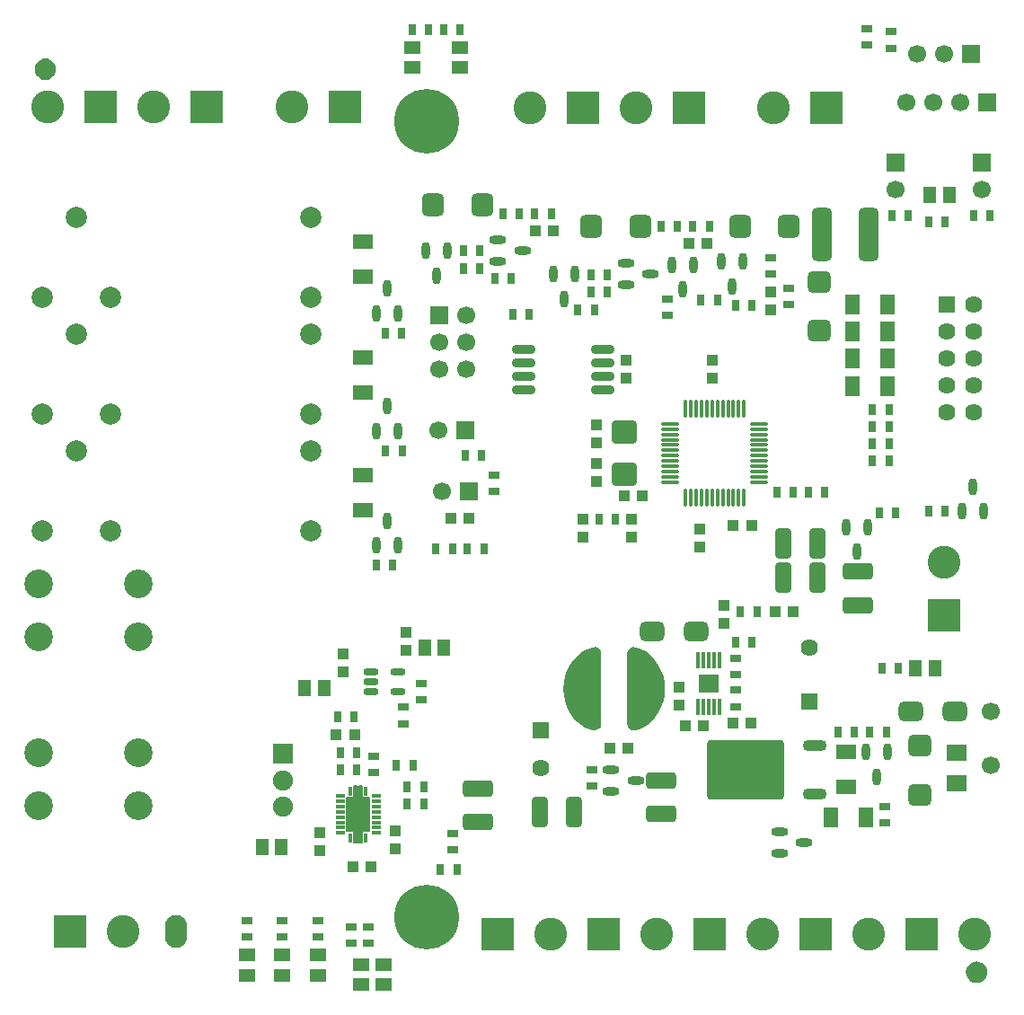
<source format=gts>
G04*
G04 #@! TF.GenerationSoftware,Altium Limited,Altium Designer,18.1.7 (191)*
G04*
G04 Layer_Color=8388736*
%FSLAX24Y24*%
%MOIN*%
G70*
G01*
G75*
%ADD43O,0.0630X0.0320*%
G04:AMPARAMS|DCode=44|XSize=114.2mil|YSize=63mil|CornerRadius=16.7mil|HoleSize=0mil|Usage=FLASHONLY|Rotation=90.000|XOffset=0mil|YOffset=0mil|HoleType=Round|Shape=RoundedRectangle|*
%AMROUNDEDRECTD44*
21,1,0.1142,0.0295,0,0,90.0*
21,1,0.0807,0.0630,0,0,90.0*
1,1,0.0335,0.0148,0.0404*
1,1,0.0335,0.0148,-0.0404*
1,1,0.0335,-0.0148,-0.0404*
1,1,0.0335,-0.0148,0.0404*
%
%ADD44ROUNDEDRECTD44*%
%ADD45R,0.0315X0.0394*%
%ADD46R,0.0394X0.0433*%
%ADD47O,0.0889X0.0335*%
%ADD48R,0.0433X0.0394*%
G04:AMPARAMS|DCode=49|XSize=86.6mil|YSize=82.7mil|CornerRadius=21.7mil|HoleSize=0mil|Usage=FLASHONLY|Rotation=180.000|XOffset=0mil|YOffset=0mil|HoleType=Round|Shape=RoundedRectangle|*
%AMROUNDEDRECTD49*
21,1,0.0866,0.0394,0,0,180.0*
21,1,0.0433,0.0827,0,0,180.0*
1,1,0.0433,-0.0217,0.0197*
1,1,0.0433,0.0217,0.0197*
1,1,0.0433,0.0217,-0.0197*
1,1,0.0433,-0.0217,-0.0197*
%
%ADD49ROUNDEDRECTD49*%
%ADD50R,0.0394X0.0315*%
G04:AMPARAMS|DCode=51|XSize=94.5mil|YSize=86.6mil|CornerRadius=14.4mil|HoleSize=0mil|Usage=FLASHONLY|Rotation=0.000|XOffset=0mil|YOffset=0mil|HoleType=Round|Shape=RoundedRectangle|*
%AMROUNDEDRECTD51*
21,1,0.0945,0.0579,0,0,0.0*
21,1,0.0657,0.0866,0,0,0.0*
1,1,0.0287,0.0329,-0.0289*
1,1,0.0287,-0.0329,-0.0289*
1,1,0.0287,-0.0329,0.0289*
1,1,0.0287,0.0329,0.0289*
%
%ADD51ROUNDEDRECTD51*%
%ADD52R,0.0492X0.0610*%
%ADD53O,0.0320X0.0630*%
G04:AMPARAMS|DCode=54|XSize=86.6mil|YSize=82.7mil|CornerRadius=21.7mil|HoleSize=0mil|Usage=FLASHONLY|Rotation=90.000|XOffset=0mil|YOffset=0mil|HoleType=Round|Shape=RoundedRectangle|*
%AMROUNDEDRECTD54*
21,1,0.0866,0.0394,0,0,90.0*
21,1,0.0433,0.0827,0,0,90.0*
1,1,0.0433,0.0197,0.0217*
1,1,0.0433,0.0197,-0.0217*
1,1,0.0433,-0.0197,-0.0217*
1,1,0.0433,-0.0197,0.0217*
%
%ADD54ROUNDEDRECTD54*%
%ADD55O,0.0571X0.0276*%
G04:AMPARAMS|DCode=56|XSize=198.8mil|YSize=74.8mil|CornerRadius=19.7mil|HoleSize=0mil|Usage=FLASHONLY|Rotation=270.000|XOffset=0mil|YOffset=0mil|HoleType=Round|Shape=RoundedRectangle|*
%AMROUNDEDRECTD56*
21,1,0.1988,0.0354,0,0,270.0*
21,1,0.1594,0.0748,0,0,270.0*
1,1,0.0394,-0.0177,-0.0797*
1,1,0.0394,-0.0177,0.0797*
1,1,0.0394,0.0177,0.0797*
1,1,0.0394,0.0177,-0.0797*
%
%ADD56ROUNDEDRECTD56*%
%ADD57R,0.0433X0.0827*%
%ADD58O,0.0157X0.0374*%
%ADD59O,0.0374X0.0157*%
G04:AMPARAMS|DCode=60|XSize=114.2mil|YSize=63mil|CornerRadius=16.7mil|HoleSize=0mil|Usage=FLASHONLY|Rotation=0.000|XOffset=0mil|YOffset=0mil|HoleType=Round|Shape=RoundedRectangle|*
%AMROUNDEDRECTD60*
21,1,0.1142,0.0295,0,0,0.0*
21,1,0.0807,0.0630,0,0,0.0*
1,1,0.0335,0.0404,-0.0148*
1,1,0.0335,-0.0404,-0.0148*
1,1,0.0335,-0.0404,0.0148*
1,1,0.0335,0.0404,0.0148*
%
%ADD60ROUNDEDRECTD60*%
G04:AMPARAMS|DCode=61|XSize=55.1mil|YSize=76mil|CornerRadius=4.5mil|HoleSize=0mil|Usage=FLASHONLY|Rotation=0.000|XOffset=0mil|YOffset=0mil|HoleType=Round|Shape=RoundedRectangle|*
%AMROUNDEDRECTD61*
21,1,0.0551,0.0669,0,0,0.0*
21,1,0.0461,0.0760,0,0,0.0*
1,1,0.0091,0.0230,-0.0335*
1,1,0.0091,-0.0230,-0.0335*
1,1,0.0091,-0.0230,0.0335*
1,1,0.0091,0.0230,0.0335*
%
%ADD61ROUNDEDRECTD61*%
G04:AMPARAMS|DCode=62|XSize=90.6mil|YSize=72.8mil|CornerRadius=19.2mil|HoleSize=0mil|Usage=FLASHONLY|Rotation=180.000|XOffset=0mil|YOffset=0mil|HoleType=Round|Shape=RoundedRectangle|*
%AMROUNDEDRECTD62*
21,1,0.0906,0.0344,0,0,180.0*
21,1,0.0522,0.0728,0,0,180.0*
1,1,0.0384,-0.0261,0.0172*
1,1,0.0384,0.0261,0.0172*
1,1,0.0384,0.0261,-0.0172*
1,1,0.0384,-0.0261,-0.0172*
%
%ADD62ROUNDEDRECTD62*%
%ADD63R,0.0433X0.0433*%
%ADD64R,0.0768X0.0650*%
%ADD65O,0.0157X0.0610*%
%ADD66R,0.0748X0.0591*%
%ADD67O,0.0886X0.0433*%
G04:AMPARAMS|DCode=68|XSize=283.5mil|YSize=222.4mil|CornerRadius=12.9mil|HoleSize=0mil|Usage=FLASHONLY|Rotation=180.000|XOffset=0mil|YOffset=0mil|HoleType=Round|Shape=RoundedRectangle|*
%AMROUNDEDRECTD68*
21,1,0.2835,0.1967,0,0,180.0*
21,1,0.2577,0.2224,0,0,180.0*
1,1,0.0258,-0.1288,0.0983*
1,1,0.0258,0.1288,0.0983*
1,1,0.0258,0.1288,-0.0983*
1,1,0.0258,-0.1288,-0.0983*
%
%ADD68ROUNDEDRECTD68*%
G04:AMPARAMS|DCode=69|XSize=55.1mil|YSize=76mil|CornerRadius=4.5mil|HoleSize=0mil|Usage=FLASHONLY|Rotation=270.000|XOffset=0mil|YOffset=0mil|HoleType=Round|Shape=RoundedRectangle|*
%AMROUNDEDRECTD69*
21,1,0.0551,0.0669,0,0,270.0*
21,1,0.0461,0.0760,0,0,270.0*
1,1,0.0091,-0.0335,-0.0230*
1,1,0.0091,-0.0335,0.0230*
1,1,0.0091,0.0335,0.0230*
1,1,0.0091,0.0335,-0.0230*
%
%ADD69ROUNDEDRECTD69*%
%ADD70R,0.0591X0.0453*%
%ADD71O,0.0669X0.0157*%
%ADD72O,0.0157X0.0669*%
%ADD73C,0.0512*%
%ADD74R,0.0453X0.0591*%
%ADD75R,0.0669X0.0669*%
%ADD76C,0.0669*%
%ADD77R,0.0669X0.0669*%
%ADD78C,0.0639*%
%ADD79R,0.0639X0.0639*%
%ADD80C,0.1220*%
%ADD81R,0.1220X0.1220*%
%ADD82C,0.0787*%
%ADD83C,0.1063*%
%ADD84O,0.0827X0.1220*%
%ADD85R,0.1220X0.1220*%
%ADD86C,0.0748*%
%ADD87R,0.0748X0.0748*%
%ADD88C,0.2402*%
G36*
X32900Y19709D02*
X32911Y19717D01*
X33156D01*
Y20126D01*
X33163Y20142D01*
X33179Y20152D01*
X33278D01*
X33308Y20139D01*
X33321Y20108D01*
Y19866D01*
X33352D01*
Y20108D01*
X33365Y20139D01*
X33396Y20152D01*
X33494D01*
X33506Y20142D01*
X33514Y20126D01*
X33518Y20114D01*
Y19717D01*
X33762D01*
X33774Y19709D01*
X33781Y19697D01*
Y18453D01*
X33774Y18441D01*
X33758Y18433D01*
X33518D01*
Y18028D01*
X33514Y18016D01*
X33506Y18004D01*
X33494Y17998D01*
X33396D01*
X33365Y18011D01*
X33352Y18041D01*
Y18283D01*
X33321D01*
Y18041D01*
X33308Y18011D01*
X33278Y17998D01*
X33179D01*
X33163Y18012D01*
X33156Y18035D01*
Y18433D01*
X32919D01*
X32900Y18437D01*
X32892Y18457D01*
Y19697D01*
X32900Y19709D01*
D02*
G37*
G36*
X21335Y46732D02*
X21349Y46630D01*
X21388Y46534D01*
X21451Y46451D01*
X21534Y46388D01*
X21630Y46349D01*
X21732Y46335D01*
X21835Y46349D01*
X21931Y46388D01*
X22013Y46451D01*
X22076Y46534D01*
X22116Y46630D01*
X22129Y46732D01*
X22116Y46835D01*
X22076Y46931D01*
X22013Y47013D01*
X21931Y47076D01*
X21835Y47116D01*
X21732Y47129D01*
X21630Y47116D01*
X21534Y47076D01*
X21451Y47013D01*
X21388Y46931D01*
X21349Y46835D01*
X21335Y46732D01*
D02*
G37*
G36*
X42054Y22205D02*
X42050Y22207D01*
X42046Y22206D01*
X41916Y22247D01*
X41915Y22248D01*
X41913Y22248D01*
X41762Y22309D01*
X41759Y22311D01*
X41756Y22312D01*
X41616Y22395D01*
X41614Y22398D01*
X41611Y22399D01*
X41486Y22503D01*
X41485Y22504D01*
X41483Y22505D01*
X41479Y22509D01*
X41478Y22511D01*
X41477Y22511D01*
X41328Y22677D01*
X41327Y22680D01*
X41324Y22682D01*
X41198Y22865D01*
X41198Y22868D01*
X41195Y22870D01*
X41095Y23069D01*
X41095Y23073D01*
X41093Y23075D01*
X41020Y23285D01*
X41020Y23288D01*
X41019Y23291D01*
X40974Y23509D01*
X40975Y23512D01*
X40974Y23515D01*
X40959Y23737D01*
X40960Y23740D01*
X40959Y23743D01*
X40974Y23965D01*
X40975Y23968D01*
X40974Y23971D01*
X41019Y24189D01*
X41020Y24192D01*
X41020Y24195D01*
X41093Y24406D01*
X41095Y24408D01*
X41095Y24411D01*
X41195Y24610D01*
X41198Y24612D01*
X41198Y24615D01*
X41324Y24799D01*
X41327Y24800D01*
X41328Y24803D01*
X41477Y24969D01*
X41478Y24970D01*
X41479Y24971D01*
X41481Y24973D01*
X41483Y24974D01*
X41484Y24976D01*
X41610Y25081D01*
X41614Y25082D01*
X41616Y25085D01*
X41757Y25169D01*
X41761Y25169D01*
X41763Y25172D01*
X41916Y25233D01*
X41918Y25233D01*
X41919Y25234D01*
X42053Y25276D01*
X42057Y25276D01*
X42061Y25278D01*
X42134Y25287D01*
X42142Y25284D01*
X42150Y25285D01*
X42221Y25267D01*
X42228Y25262D01*
X42236Y25260D01*
X42295Y25216D01*
X42299Y25209D01*
X42306Y25204D01*
X42345Y25142D01*
X42346Y25134D01*
X42351Y25127D01*
X42365Y25055D01*
X42364Y25051D01*
X42365Y25047D01*
Y22441D01*
X42364Y22437D01*
X42365Y22433D01*
X42350Y22359D01*
X42346Y22352D01*
X42345Y22344D01*
X42304Y22280D01*
X42298Y22275D01*
X42293Y22268D01*
X42232Y22223D01*
X42224Y22221D01*
X42218Y22216D01*
X42145Y22197D01*
X42137Y22198D01*
X42129Y22196D01*
X42054Y22205D01*
D02*
G37*
G36*
X43547Y22196D02*
X43539Y22195D01*
X43468Y22214D01*
X43461Y22219D01*
X43453Y22221D01*
X43394Y22264D01*
X43390Y22271D01*
X43383Y22276D01*
X43344Y22338D01*
X43343Y22346D01*
X43338Y22353D01*
X43324Y22425D01*
X43325Y22429D01*
X43324Y22433D01*
Y25039D01*
X43325Y25043D01*
X43324Y25047D01*
X43338Y25121D01*
X43343Y25128D01*
X43344Y25136D01*
X43385Y25200D01*
X43391Y25205D01*
X43396Y25212D01*
X43457Y25257D01*
X43465Y25259D01*
X43471Y25264D01*
X43544Y25283D01*
X43552Y25282D01*
X43560Y25284D01*
X43635Y25276D01*
X43639Y25274D01*
X43643Y25274D01*
X43773Y25233D01*
X43774Y25232D01*
X43776Y25232D01*
X43927Y25172D01*
X43930Y25169D01*
X43933Y25169D01*
X44073Y25086D01*
X44075Y25083D01*
X44078Y25082D01*
X44203Y24978D01*
X44204Y24976D01*
X44206Y24975D01*
X44210Y24971D01*
X44211Y24970D01*
X44212Y24969D01*
X44361Y24803D01*
X44362Y24800D01*
X44365Y24799D01*
X44491Y24615D01*
X44491Y24612D01*
X44494Y24610D01*
X44594Y24411D01*
X44594Y24408D01*
X44596Y24406D01*
X44669Y24195D01*
X44669Y24192D01*
X44670Y24189D01*
X44715Y23971D01*
X44714Y23968D01*
X44715Y23965D01*
X44730Y23743D01*
X44729Y23740D01*
X44730Y23737D01*
X44715Y23515D01*
X44714Y23512D01*
X44715Y23509D01*
X44670Y23291D01*
X44669Y23288D01*
X44669Y23285D01*
X44596Y23075D01*
X44594Y23072D01*
X44594Y23069D01*
X44494Y22870D01*
X44491Y22868D01*
X44491Y22865D01*
X44365Y22682D01*
X44362Y22680D01*
X44361Y22677D01*
X44212Y22511D01*
X44211Y22511D01*
X44210Y22509D01*
X44208Y22507D01*
X44206Y22506D01*
X44205Y22505D01*
X44079Y22400D01*
X44075Y22399D01*
X44073Y22396D01*
X43932Y22311D01*
X43928Y22311D01*
X43926Y22308D01*
X43773Y22247D01*
X43771Y22247D01*
X43770Y22246D01*
X43636Y22204D01*
X43632Y22204D01*
X43628Y22202D01*
X43555Y22194D01*
X43547Y22196D01*
D02*
G37*
G36*
X55892Y13218D02*
X55906Y13116D01*
X55945Y13020D01*
X56009Y12938D01*
X56091Y12875D01*
X56187Y12835D01*
X56289Y12821D01*
X56392Y12835D01*
X56488Y12875D01*
X56570Y12938D01*
X56633Y13020D01*
X56673Y13116D01*
X56686Y13218D01*
X56673Y13321D01*
X56633Y13417D01*
X56570Y13499D01*
X56488Y13562D01*
X56392Y13602D01*
X56289Y13616D01*
X56187Y13602D01*
X56091Y13562D01*
X56009Y13499D01*
X55945Y13417D01*
X55906Y13321D01*
X55892Y13218D01*
D02*
G37*
D43*
X48976Y18438D02*
D03*
Y17638D02*
D03*
X49886Y18038D02*
D03*
X43278Y39520D02*
D03*
Y38720D02*
D03*
X44188Y39120D02*
D03*
X38524Y40394D02*
D03*
Y39594D02*
D03*
X39434Y39994D02*
D03*
X42726Y20738D02*
D03*
Y19938D02*
D03*
X43636Y20338D02*
D03*
D44*
X50374Y27874D02*
D03*
X49114D02*
D03*
X50374Y29134D02*
D03*
X49114D02*
D03*
X40089Y19154D02*
D03*
X41348D02*
D03*
D45*
X36230Y28937D02*
D03*
X36840D02*
D03*
X37392D02*
D03*
X38002D02*
D03*
X49488Y31024D02*
D03*
X48878D02*
D03*
X50659D02*
D03*
X50049D02*
D03*
X42274Y30039D02*
D03*
X42884D02*
D03*
X37313Y32402D02*
D03*
X37923D02*
D03*
X39075Y37618D02*
D03*
X39685D02*
D03*
X38406Y38976D02*
D03*
X39016D02*
D03*
X42106Y37815D02*
D03*
X41496D02*
D03*
X39892Y41378D02*
D03*
X40502D02*
D03*
X41988Y38465D02*
D03*
X42598D02*
D03*
X45758Y40896D02*
D03*
X46368D02*
D03*
X47943Y37953D02*
D03*
X47333D02*
D03*
X46063Y38179D02*
D03*
X46673D02*
D03*
X41988Y39114D02*
D03*
X42598D02*
D03*
X45197Y40896D02*
D03*
X44587D02*
D03*
X37844Y39321D02*
D03*
X37234D02*
D03*
X37254Y39990D02*
D03*
X37864D02*
D03*
X39330Y41378D02*
D03*
X38720D02*
D03*
X33189Y22687D02*
D03*
X32579D02*
D03*
X33287Y20728D02*
D03*
X32677D02*
D03*
X35767Y19468D02*
D03*
X35157D02*
D03*
X35374Y20886D02*
D03*
X34764D02*
D03*
X35767Y20108D02*
D03*
X35157D02*
D03*
X33287Y21378D02*
D03*
X32677D02*
D03*
X56791Y41309D02*
D03*
X56181D02*
D03*
X52687Y30266D02*
D03*
X53297D02*
D03*
X53041Y34104D02*
D03*
X52431D02*
D03*
X53041Y33474D02*
D03*
X52431D02*
D03*
X53041Y32844D02*
D03*
X52431D02*
D03*
X53041Y32205D02*
D03*
X52431D02*
D03*
X55118Y30325D02*
D03*
X54508D02*
D03*
X47530Y26594D02*
D03*
X48140D02*
D03*
X47962Y25463D02*
D03*
X47352D02*
D03*
X51152Y22126D02*
D03*
X51762D02*
D03*
X52323D02*
D03*
X52933D02*
D03*
X34351Y36949D02*
D03*
X34961D02*
D03*
X34360Y32559D02*
D03*
X34970D02*
D03*
X34006Y28337D02*
D03*
X34616D02*
D03*
X53150Y41299D02*
D03*
X53760D02*
D03*
X35945Y48189D02*
D03*
X35335D02*
D03*
X36506Y48199D02*
D03*
X37116D02*
D03*
X54508Y41063D02*
D03*
X55118D02*
D03*
X52766Y24498D02*
D03*
X53376D02*
D03*
X37008Y17037D02*
D03*
X36398D02*
D03*
D46*
X43297Y35935D02*
D03*
Y35266D02*
D03*
X43484Y30039D02*
D03*
Y29370D02*
D03*
X41673Y30039D02*
D03*
Y29370D02*
D03*
X48642Y38455D02*
D03*
Y37785D02*
D03*
X46024Y29656D02*
D03*
Y28986D02*
D03*
X46467Y35945D02*
D03*
Y35276D02*
D03*
X42185Y31427D02*
D03*
Y32096D02*
D03*
X42195Y33524D02*
D03*
Y32854D02*
D03*
X35108Y25827D02*
D03*
Y25157D02*
D03*
X32776Y25049D02*
D03*
Y24380D02*
D03*
X31919Y17736D02*
D03*
Y18406D02*
D03*
X34705Y17785D02*
D03*
Y18455D02*
D03*
X46909Y26821D02*
D03*
Y26152D02*
D03*
X45256Y23140D02*
D03*
Y23809D02*
D03*
D47*
X42421Y35317D02*
D03*
X39471D02*
D03*
X42421Y36317D02*
D03*
Y35817D02*
D03*
Y34817D02*
D03*
X39471Y36317D02*
D03*
Y35817D02*
D03*
Y34817D02*
D03*
D48*
X39902Y40748D02*
D03*
X40571D02*
D03*
X45620Y40266D02*
D03*
X46289D02*
D03*
X43868Y30896D02*
D03*
X43199D02*
D03*
X47264Y29783D02*
D03*
X47933D02*
D03*
X37461Y30059D02*
D03*
X36791D02*
D03*
X33159Y17116D02*
D03*
X33829D02*
D03*
X33199Y22028D02*
D03*
X32530D02*
D03*
X49488Y26594D02*
D03*
X48819D02*
D03*
X47913Y22451D02*
D03*
X47244D02*
D03*
X43346Y21516D02*
D03*
X42677D02*
D03*
X45492Y22382D02*
D03*
X46161D02*
D03*
D49*
X50463Y38848D02*
D03*
Y37037D02*
D03*
X54193Y21624D02*
D03*
Y19813D02*
D03*
D50*
X38396Y31053D02*
D03*
Y31663D02*
D03*
X44803Y37599D02*
D03*
Y38209D02*
D03*
X49311Y38602D02*
D03*
Y37992D02*
D03*
X48642Y39124D02*
D03*
Y39734D02*
D03*
X35689Y23947D02*
D03*
Y23337D02*
D03*
X35010Y23051D02*
D03*
Y22441D02*
D03*
X33907Y21230D02*
D03*
Y20620D02*
D03*
X53100Y48120D02*
D03*
Y47510D02*
D03*
X52215Y48248D02*
D03*
Y47638D02*
D03*
X42008Y20728D02*
D03*
Y20118D02*
D03*
X47352Y24862D02*
D03*
Y24252D02*
D03*
Y23081D02*
D03*
Y23691D02*
D03*
X52884Y19370D02*
D03*
Y18760D02*
D03*
X33701Y14911D02*
D03*
Y14301D02*
D03*
X33071Y14911D02*
D03*
Y14301D02*
D03*
X29213Y14538D02*
D03*
Y15148D02*
D03*
X31850Y14538D02*
D03*
Y15148D02*
D03*
X30512Y14538D02*
D03*
Y15148D02*
D03*
X36850Y18366D02*
D03*
Y17756D02*
D03*
D51*
X43228Y31693D02*
D03*
Y33268D02*
D03*
D52*
X35807Y25276D02*
D03*
X36516D02*
D03*
X29783Y17854D02*
D03*
X30492D02*
D03*
X32067Y23770D02*
D03*
X31358D02*
D03*
D53*
X45768Y39469D02*
D03*
X44968D02*
D03*
X45368Y38558D02*
D03*
X47618Y39587D02*
D03*
X46818D02*
D03*
X47218Y38677D02*
D03*
X41374Y39119D02*
D03*
X40574D02*
D03*
X40974Y38209D02*
D03*
X36663Y39990D02*
D03*
X35863D02*
D03*
X36263Y39080D02*
D03*
X52260Y29749D02*
D03*
X51460D02*
D03*
X51860Y28839D02*
D03*
X55761Y30320D02*
D03*
X56561D02*
D03*
X56161Y31230D02*
D03*
X52992Y21388D02*
D03*
X52192D02*
D03*
X52592Y20478D02*
D03*
X34009Y29051D02*
D03*
X34809D02*
D03*
X34409Y29961D02*
D03*
X34009Y37673D02*
D03*
X34809D02*
D03*
X34409Y38583D02*
D03*
X34009Y33307D02*
D03*
X34809D02*
D03*
X34409Y34217D02*
D03*
D54*
X49331Y40886D02*
D03*
X47520D02*
D03*
X43809Y40896D02*
D03*
X41998D02*
D03*
X37943Y41713D02*
D03*
X36132D02*
D03*
D55*
X33829Y23622D02*
D03*
X34813D02*
D03*
X33829Y24370D02*
D03*
X34813D02*
D03*
X33829Y23996D02*
D03*
D56*
X52274Y40591D02*
D03*
X50541D02*
D03*
D57*
X33337Y19075D02*
D03*
D58*
X33041Y18209D02*
D03*
X33632D02*
D03*
X33041Y19941D02*
D03*
X33632D02*
D03*
D59*
X32667Y18386D02*
D03*
Y18583D02*
D03*
Y18780D02*
D03*
Y18976D02*
D03*
Y19173D02*
D03*
Y19370D02*
D03*
Y19567D02*
D03*
Y19764D02*
D03*
X34006D02*
D03*
Y19567D02*
D03*
Y19370D02*
D03*
Y19173D02*
D03*
Y18976D02*
D03*
Y18780D02*
D03*
Y18583D02*
D03*
Y18386D02*
D03*
D60*
X51880Y26831D02*
D03*
Y28091D02*
D03*
X37795Y20049D02*
D03*
Y18789D02*
D03*
X44596Y19085D02*
D03*
Y20344D02*
D03*
D61*
X51673Y38012D02*
D03*
X52973D02*
D03*
X51673Y37008D02*
D03*
X52973D02*
D03*
X51673Y36004D02*
D03*
X52973D02*
D03*
X51673Y34980D02*
D03*
X52973D02*
D03*
X50895Y18957D02*
D03*
X52195D02*
D03*
D62*
X45866Y25856D02*
D03*
X44252D02*
D03*
X55472Y22904D02*
D03*
X53858D02*
D03*
D63*
X43894Y23740D02*
D03*
X41794D02*
D03*
D64*
X46358Y23947D02*
D03*
D65*
X45965Y24813D02*
D03*
X46161D02*
D03*
X46358D02*
D03*
X46555D02*
D03*
X46752D02*
D03*
Y23081D02*
D03*
X46555D02*
D03*
X46358D02*
D03*
X46161D02*
D03*
X45965D02*
D03*
D66*
X55541Y20236D02*
D03*
Y21378D02*
D03*
D67*
X50266Y21644D02*
D03*
Y19848D02*
D03*
D68*
X47707Y20746D02*
D03*
D69*
X51437Y21388D02*
D03*
Y20088D02*
D03*
X33504Y36044D02*
D03*
Y34744D02*
D03*
Y40335D02*
D03*
Y39035D02*
D03*
Y31674D02*
D03*
Y30374D02*
D03*
D70*
X34291Y12756D02*
D03*
Y13504D02*
D03*
X33465Y12756D02*
D03*
Y13504D02*
D03*
X31850Y13110D02*
D03*
Y13858D02*
D03*
X30512Y13110D02*
D03*
Y13858D02*
D03*
X29213Y13110D02*
D03*
Y13858D02*
D03*
X37116Y47549D02*
D03*
Y46801D02*
D03*
X35335Y47539D02*
D03*
Y46791D02*
D03*
D71*
X44921Y32392D02*
D03*
Y32589D02*
D03*
Y32785D02*
D03*
Y32982D02*
D03*
Y33179D02*
D03*
Y33376D02*
D03*
Y33573D02*
D03*
Y31407D02*
D03*
Y31604D02*
D03*
Y31801D02*
D03*
Y31998D02*
D03*
Y32195D02*
D03*
X48228Y32589D02*
D03*
Y32392D02*
D03*
Y33573D02*
D03*
Y33376D02*
D03*
Y33179D02*
D03*
Y32982D02*
D03*
Y32785D02*
D03*
Y32195D02*
D03*
Y31998D02*
D03*
Y31801D02*
D03*
Y31604D02*
D03*
Y31407D02*
D03*
D72*
X47461Y34144D02*
D03*
X47657D02*
D03*
Y30837D02*
D03*
X47461D02*
D03*
X45492Y34144D02*
D03*
X45689D02*
D03*
X45886D02*
D03*
X46083D02*
D03*
X46280D02*
D03*
X46476D02*
D03*
X46673D02*
D03*
X46870D02*
D03*
X47067D02*
D03*
X47264D02*
D03*
Y30837D02*
D03*
X47067D02*
D03*
X46870D02*
D03*
X46673D02*
D03*
X46476D02*
D03*
X46280D02*
D03*
X46083D02*
D03*
X45886D02*
D03*
X45689D02*
D03*
X45492D02*
D03*
D73*
X21732Y46732D02*
D03*
X56289Y13218D02*
D03*
D74*
X54537Y42067D02*
D03*
X55285D02*
D03*
X54006Y24498D02*
D03*
X54754D02*
D03*
D75*
X37461Y31053D02*
D03*
X37299Y33346D02*
D03*
X56689Y45502D02*
D03*
X56079Y47283D02*
D03*
D76*
X36461Y31053D02*
D03*
X36299Y33346D02*
D03*
X37333Y35614D02*
D03*
X36333D02*
D03*
X37333Y36614D02*
D03*
Y37614D02*
D03*
X36333Y36614D02*
D03*
X55689Y45502D02*
D03*
X53689D02*
D03*
X54689D02*
D03*
X56831Y20904D02*
D03*
Y22904D02*
D03*
X54079Y47283D02*
D03*
X55079D02*
D03*
X56486Y42278D02*
D03*
X53297D02*
D03*
D77*
X36333Y37614D02*
D03*
X56486Y43278D02*
D03*
X53297D02*
D03*
D78*
X55171Y36990D02*
D03*
Y33990D02*
D03*
Y34990D02*
D03*
X56171Y36990D02*
D03*
Y37990D02*
D03*
Y33990D02*
D03*
Y34990D02*
D03*
X55171Y35990D02*
D03*
X56171D02*
D03*
X40118Y20807D02*
D03*
X50089Y25268D02*
D03*
D79*
X55171Y37990D02*
D03*
X40118Y22185D02*
D03*
X50089Y23268D02*
D03*
D80*
X55089Y28425D02*
D03*
X24606Y14724D02*
D03*
X40482Y14646D02*
D03*
X52293D02*
D03*
X56230D02*
D03*
X44419D02*
D03*
X48356D02*
D03*
X48760Y45295D02*
D03*
X43652D02*
D03*
X39715D02*
D03*
X30866Y45325D02*
D03*
X25738D02*
D03*
X21801D02*
D03*
D81*
X55089Y26457D02*
D03*
D82*
X31575Y41220D02*
D03*
Y38268D02*
D03*
X24134D02*
D03*
X22874Y41220D02*
D03*
X21614Y38268D02*
D03*
X31575Y32559D02*
D03*
Y29606D02*
D03*
X24134D02*
D03*
X22874Y32559D02*
D03*
X21614Y29606D02*
D03*
X31575Y36890D02*
D03*
Y33937D02*
D03*
X24134D02*
D03*
X22874Y36890D02*
D03*
X21614Y33937D02*
D03*
D83*
X21486Y25659D02*
D03*
Y27628D02*
D03*
Y19400D02*
D03*
Y21368D02*
D03*
X25177D02*
D03*
Y19400D02*
D03*
Y27628D02*
D03*
Y25659D02*
D03*
D84*
X26575Y14724D02*
D03*
D85*
X22638D02*
D03*
X38514Y14646D02*
D03*
X50325D02*
D03*
X54262D02*
D03*
X42451D02*
D03*
X46388D02*
D03*
X50728Y45295D02*
D03*
X45620D02*
D03*
X41683D02*
D03*
X32835Y45325D02*
D03*
X27707D02*
D03*
X23770D02*
D03*
D86*
X30551Y20344D02*
D03*
Y19360D02*
D03*
D87*
Y21329D02*
D03*
D88*
X35871Y15267D02*
D03*
Y44794D02*
D03*
M02*

</source>
